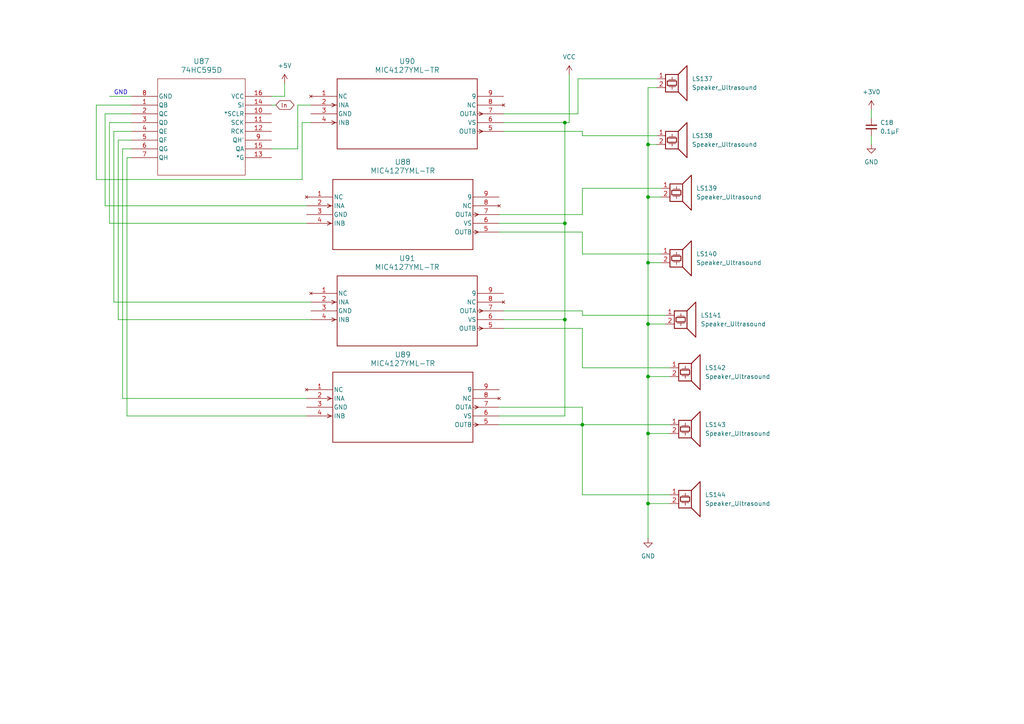
<source format=kicad_sch>
(kicad_sch (version 20250114) (generator "eeschema") (generator_version "9.0")
  (paper "A4")
  (lib_symbols
    (symbol "2025-12-28_09-02-17:MIC4127YML-TR" (pin_names (offset 0.254))
      (property "Reference" "U" (at 27.94 10.16 0))
      (property "Value" "MIC4127YML-TR" (at 27.94 7.62 0))
      (symbol "MIC4127YML-TR_0_1"
        (polyline (pts (xy 7.0993 -2.54) (xy 6.0579 -2.0193)) (stroke (width 0.2032)))
        (polyline (pts (xy 7.0993 -2.54) (xy 6.0579 -3.0607)) (stroke (width 0.2032)))
        (polyline (pts (xy 7.0993 -7.62) (xy 6.0579 -7.0993)) (stroke (width 0.2032)))
        (polyline (pts (xy 7.0993 -7.62) (xy 6.0579 -8.1407)) (stroke (width 0.2032)))
        (polyline (pts (xy 7.62 5.08) (xy 7.62 -15.24)) (stroke (width 0.2032)))
        (polyline (pts (xy 7.62 -15.24) (xy 48.26 -15.24)) (stroke (width 0.2032)))
        (polyline (pts (xy 48.26 5.08) (xy 7.62 5.08)) (stroke (width 0.2032)))
        (polyline (pts (xy 48.26 -15.24) (xy 48.26 5.08)) (stroke (width 0.2032)))
        (polyline (pts (xy 48.7807 -4.5593) (xy 49.8221 -5.08)) (stroke (width 0.2032)))
        (polyline (pts (xy 48.7807 -5.6007) (xy 49.8221 -5.08)) (stroke (width 0.2032)))
        (polyline (pts (xy 48.7807 -9.6393) (xy 49.8221 -10.16)) (stroke (width 0.2032)))
        (polyline (pts (xy 48.7807 -10.6807) (xy 49.8221 -10.16)) (stroke (width 0.2032)))
        (pin no_connect line (at 0 0 0) (length 7.62) (name "NC") (number "1"))
        (pin input line (at 0 -2.54 0) (length 7.62) (name "INA") (number "2"))
        (pin power_in line (at 0 -5.08 0) (length 7.62) (name "GND") (number "3"))
        (pin input line (at 0 -7.62 0) (length 7.62) (name "INB") (number "4"))
        (pin unspecified line (at 55.88 0 180) (length 7.62) (name "9") (number "9"))
        (pin no_connect line (at 55.88 -2.54 180) (length 7.62) (name "NC") (number "8"))
        (pin output line (at 55.88 -5.08 180) (length 7.62) (name "OUTA") (number "7"))
        (pin power_in line (at 55.88 -7.62 180) (length 7.62) (name "VS") (number "6"))
        (pin output line (at 55.88 -10.16 180) (length 7.62) (name "OUTB") (number "5"))
      )
    )
    (symbol "2025-12-28_09-22-42:74HC595D" (pin_names (offset 0.254))
      (property "Reference" "U" (at 20.32 10.16 0))
      (property "Value" "74HC595D" (at 20.32 7.62 0))
      (symbol "74HC595D_0_1"
        (polyline (pts (xy 7.62 5.08) (xy 7.62 -22.86)) (stroke (width 0.127)))
        (polyline (pts (xy 7.62 -22.86) (xy 33.02 -22.86)) (stroke (width 0.127)))
        (polyline (pts (xy 33.02 5.08) (xy 7.62 5.08)) (stroke (width 0.127)))
        (polyline (pts (xy 33.02 -22.86) (xy 33.02 5.08)) (stroke (width 0.127)))
        (pin power_out line (at 0 0 0) (length 7.62) (name "GND") (number "8"))
        (pin output line (at 0 -2.54 0) (length 7.62) (name "QB") (number "1"))
        (pin output line (at 0 -5.08 0) (length 7.62) (name "QC") (number "2"))
        (pin output line (at 0 -7.62 0) (length 7.62) (name "QD") (number "3"))
        (pin output line (at 0 -10.16 0) (length 7.62) (name "QE") (number "4"))
        (pin output line (at 0 -12.7 0) (length 7.62) (name "QF") (number "5"))
        (pin output line (at 0 -15.24 0) (length 7.62) (name "QG") (number "6"))
        (pin output line (at 0 -17.78 0) (length 7.62) (name "QH") (number "7"))
        (pin power_in line (at 40.64 0 180) (length 7.62) (name "VCC") (number "16"))
        (pin input line (at 40.64 -2.54 180) (length 7.62) (name "SI") (number "14"))
        (pin input line (at 40.64 -5.08 180) (length 7.62) (name "*SCLR") (number "10"))
        (pin input line (at 40.64 -7.62 180) (length 7.62) (name "SCK") (number "11"))
        (pin input line (at 40.64 -10.16 180) (length 7.62) (name "RCK") (number "12"))
        (pin output line (at 40.64 -12.7 180) (length 7.62) (name "QH'") (number "9"))
        (pin output line (at 40.64 -15.24 180) (length 7.62) (name "QA") (number "15"))
        (pin input line (at 40.64 -17.78 180) (length 7.62) (name "*G") (number "13"))
      )
    )
    (symbol "Device:C_Small" (pin_numbers (hide yes)) (pin_names (offset 0.254) (hide yes))
      (property "Reference" "C" (at 0.254 1.778 0))
      (property "Value" "C_Small" (at 0.254 -2.032 0))
      (symbol "C_Small_0_1"
        (polyline (pts (xy -1.524 0.508) (xy 1.524 0.508)) (stroke (width 0.3048)))
        (polyline (pts (xy -1.524 -0.508) (xy 1.524 -0.508)) (stroke (width 0.3302)))
      )
      (symbol "C_Small_1_1"
        (pin passive line (at 0 2.54 270) (length 2.032) (name "~") (number "1"))
        (pin passive line (at 0 -2.54 90) (length 2.032) (name "~") (number "2"))
      )
    )
    (symbol "Device:Speaker_Ultrasound" (pin_names (offset 0) (hide yes))
      (property "Reference" "LS" (at 0.635 5.715 0))
      (property "Value" "Speaker_Ultrasound" (at 0.635 3.81 0))
      (symbol "Speaker_Ultrasound_0_0"
        (rectangle (start -2.54 1.27) (end 1.143 -3.81) (stroke (width 0.254)))
        (rectangle (start -2.032 -0.635) (end 0.635 -1.905) (stroke (width 0.254)))
        (polyline (pts (xy -1.651 -0.254) (xy 0.381 -0.254)))
        (polyline (pts (xy -1.651 -2.286) (xy 0.381 -2.286)))
        (polyline (pts (xy -0.635 -0.254) (xy -0.635 0.508)))
        (polyline (pts (xy -0.635 -2.286) (xy -0.635 -3.048)))
        (polyline (pts (xy 1.143 1.27) (xy 3.683 3.81) (xy 3.683 -6.35) (xy 1.143 -3.81)) (stroke (width 0.254)))
      )
      (symbol "Speaker_Ultrasound_1_1"
        (pin input line (at -5.08 0 0) (length 2.54) (name "1") (number "1"))
        (pin input line (at -5.08 -2.54 0) (length 2.54) (name "2") (number "2"))
      )
    )
    (symbol "power:+3V0" (power) (pin_numbers (hide yes)) (pin_names (offset 0) (hide yes))
      (property "Value" "+3V0" (at 0 3.556 0))
      (symbol "+3V0_0_1"
        (polyline (pts (xy -0.762 1.27) (xy 0 2.54)))
        (polyline (pts (xy 0 2.54) (xy 0.762 1.27)))
        (polyline (pts (xy 0 0) (xy 0 2.54)))
      )
      (symbol "+3V0_1_1"
        (pin power_in line (at 0 0 90) (length 0) (name "~") (number "1"))
      )
    )
    (symbol "power:+5V" (power) (pin_numbers (hide yes)) (pin_names (offset 0) (hide yes))
      (property "Value" "+5V" (at 0 3.556 0))
      (symbol "+5V_0_1"
        (polyline (pts (xy -0.762 1.27) (xy 0 2.54)))
        (polyline (pts (xy 0 2.54) (xy 0.762 1.27)))
        (polyline (pts (xy 0 0) (xy 0 2.54)))
      )
      (symbol "+5V_1_1"
        (pin power_in line (at 0 0 90) (length 0) (name "~") (number "1"))
      )
    )
    (symbol "power:GND" (power) (pin_numbers (hide yes)) (pin_names (offset 0) (hide yes))
      (property "Value" "GND" (at 0 -3.81 0))
      (symbol "GND_0_1"
        (polyline (pts (xy 0 0) (xy 0 -1.27) (xy 1.27 -1.27) (xy 0 -2.54) (xy -1.27 -1.27) (xy 0 -1.27)))
      )
      (symbol "GND_1_1"
        (pin power_in line (at 0 0 270) (length 0) (name "~") (number "1"))
      )
    )
    (symbol "power:VCC" (power) (pin_numbers (hide yes)) (pin_names (offset 0) (hide yes))
      (property "Value" "VCC" (at 0 3.556 0))
      (symbol "VCC_0_1"
        (polyline (pts (xy -0.762 1.27) (xy 0 2.54)))
        (polyline (pts (xy 0 2.54) (xy 0.762 1.27)))
        (polyline (pts (xy 0 0) (xy 0 2.54)))
      )
      (symbol "VCC_1_1"
        (pin power_in line (at 0 0 90) (length 0) (name "~") (number "1"))
      )
    )
  )
  (text "GND" (at 35.052 26.924 0) (effects (font (size 1.27 1.27))))
  (junction (at 163.83 92.71))
  (junction (at 187.96 146.05))
  (junction (at 187.96 57.15))
  (junction (at 163.83 35.56))
  (junction (at 187.96 125.73))
  (junction (at 187.96 76.2))
  (junction (at 187.96 41.91))
  (junction (at 187.96 109.22))
  (junction (at 163.83 64.77))
  (junction (at 187.96 93.98))
  (junction (at 168.91 123.19))
  (wire (pts (xy 187.96 125.73) (xy 194.31 125.73)))
  (wire (pts (xy 165.1 21.59) (xy 165.1 35.56)))
  (wire (pts (xy 163.83 35.56) (xy 165.1 35.56)))
  (wire (pts (xy 187.96 76.2) (xy 187.96 93.98)))
  (wire (pts (xy 35.56 115.57) (xy 88.9 115.57)))
  (wire (pts (xy 86.36 30.48) (xy 90.17 30.48)))
  (wire (pts (xy 187.96 57.15) (xy 191.77 57.15)))
  (wire (pts (xy 146.05 35.56) (xy 163.83 35.56)))
  (wire (pts (xy 168.91 91.44) (xy 193.04 91.44)))
  (wire (pts (xy 33.02 87.63) (xy 90.17 87.63)))
  (wire (pts (xy 31.75 35.56) (xy 31.75 64.77)))
  (wire (pts (xy 168.91 62.23) (xy 168.91 54.61)))
  (wire (pts (xy 252.73 31.75) (xy 252.73 34.29)))
  (wire (pts (xy 194.31 146.05) (xy 187.96 146.05)))
  (wire (pts (xy 38.1 38.1) (xy 33.02 38.1)))
  (wire (pts (xy 190.5 25.4) (xy 187.96 25.4)))
  (wire (pts (xy 187.96 109.22) (xy 187.96 125.73)))
  (wire (pts (xy 187.96 57.15) (xy 187.96 76.2)))
  (wire (pts (xy 78.74 30.48) (xy 80.01 30.48)))
  (wire (pts (xy 30.48 59.69) (xy 88.9 59.69)))
  (wire (pts (xy 38.1 33.02) (xy 30.48 33.02)))
  (wire (pts (xy 144.78 64.77) (xy 163.83 64.77)))
  (wire (pts (xy 38.1 43.18) (xy 35.56 43.18)))
  (wire (pts (xy 252.73 39.37) (xy 252.73 41.91)))
  (wire (pts (xy 78.74 27.94) (xy 82.55 27.94)))
  (wire (pts (xy 144.78 118.11) (xy 168.91 118.11)))
  (wire (pts (xy 187.96 76.2) (xy 191.77 76.2)))
  (wire (pts (xy 30.48 33.02) (xy 30.48 59.69)))
  (wire (pts (xy 31.75 64.77) (xy 88.9 64.77)))
  (wire (pts (xy 86.36 43.18) (xy 86.36 30.48)))
  (wire (pts (xy 168.91 118.11) (xy 168.91 123.19)))
  (wire (pts (xy 146.05 33.02) (xy 167.64 33.02)))
  (wire (pts (xy 144.78 120.65) (xy 163.83 120.65)))
  (wire (pts (xy 168.91 54.61) (xy 191.77 54.61)))
  (wire (pts (xy 163.83 35.56) (xy 163.83 64.77)))
  (wire (pts (xy 168.91 143.51) (xy 194.31 143.51)))
  (wire (pts (xy 38.1 30.48) (xy 27.94 30.48)))
  (wire (pts (xy 187.96 41.91) (xy 187.96 57.15)))
  (wire (pts (xy 82.55 24.13) (xy 82.55 27.94)))
  (wire (pts (xy 31.75 27.94) (xy 38.1 27.94)))
  (wire (pts (xy 168.91 39.37) (xy 190.5 39.37)))
  (wire (pts (xy 187.96 146.05) (xy 187.96 156.21)))
  (wire (pts (xy 87.63 35.56) (xy 90.17 35.56)))
  (wire (pts (xy 168.91 123.19) (xy 168.91 143.51)))
  (wire (pts (xy 187.96 125.73) (xy 187.96 146.05)))
  (wire (pts (xy 167.64 22.86) (xy 190.5 22.86)))
  (wire (pts (xy 168.91 73.66) (xy 191.77 73.66)))
  (wire (pts (xy 27.94 30.48) (xy 27.94 52.07)))
  (wire (pts (xy 146.05 92.71) (xy 163.83 92.71)))
  (wire (pts (xy 168.91 123.19) (xy 194.31 123.19)))
  (wire (pts (xy 168.91 38.1) (xy 168.91 39.37)))
  (wire (pts (xy 78.74 43.18) (xy 86.36 43.18)))
  (wire (pts (xy 34.29 40.64) (xy 34.29 92.71)))
  (wire (pts (xy 168.91 90.17) (xy 168.91 91.44)))
  (wire (pts (xy 34.29 92.71) (xy 90.17 92.71)))
  (wire (pts (xy 168.91 67.31) (xy 168.91 73.66)))
  (wire (pts (xy 87.63 52.07) (xy 87.63 35.56)))
  (wire (pts (xy 27.94 52.07) (xy 87.63 52.07)))
  (wire (pts (xy 38.1 35.56) (xy 31.75 35.56)))
  (wire (pts (xy 163.83 64.77) (xy 163.83 92.71)))
  (wire (pts (xy 36.83 45.72) (xy 36.83 120.65)))
  (wire (pts (xy 144.78 62.23) (xy 168.91 62.23)))
  (wire (pts (xy 187.96 109.22) (xy 194.31 109.22)))
  (wire (pts (xy 35.56 43.18) (xy 35.56 115.57)))
  (wire (pts (xy 33.02 38.1) (xy 33.02 87.63)))
  (wire (pts (xy 146.05 95.25) (xy 168.91 95.25)))
  (wire (pts (xy 187.96 93.98) (xy 193.04 93.98)))
  (wire (pts (xy 187.96 93.98) (xy 187.96 109.22)))
  (wire (pts (xy 38.1 40.64) (xy 34.29 40.64)))
  (wire (pts (xy 168.91 95.25) (xy 168.91 106.68)))
  (wire (pts (xy 167.64 33.02) (xy 167.64 22.86)))
  (wire (pts (xy 146.05 38.1) (xy 168.91 38.1)))
  (wire (pts (xy 38.1 45.72) (xy 36.83 45.72)))
  (wire (pts (xy 163.83 92.71) (xy 163.83 120.65)))
  (wire (pts (xy 144.78 123.19) (xy 168.91 123.19)))
  (wire (pts (xy 36.83 120.65) (xy 88.9 120.65)))
  (wire (pts (xy 168.91 106.68) (xy 194.31 106.68)))
  (wire (pts (xy 144.78 67.31) (xy 168.91 67.31)))
  (wire (pts (xy 187.96 25.4) (xy 187.96 41.91)))
  (wire (pts (xy 146.05 90.17) (xy 168.91 90.17)))
  (wire (pts (xy 187.96 41.91) (xy 190.5 41.91)))
  (global_label "In" (shape bidirectional) (at 80.01 30.48 0) (property "Intersheetrefs" "${INTERSHEET_REFS}" (effects (hide yes))))
  (symbol (lib_id "power:+5V") (at 82.55 24.13 0) (unit 1)
    (property "Reference" "#PWR086" (effects (hide yes)))
    (property "Value" "+5V" (at 82.55 19.05 0))
    (property "Description" "Power symbol creates a global label with name \"+5V\"" (effects (hide yes)))
  )
  (symbol (lib_id "power:GND") (at 252.73 41.91 0) (unit 1)
    (property "Reference" "#PWR090" (effects (hide yes)))
    (property "Value" "GND" (at 252.73 46.99 0))
    (property "Description" "Power symbol creates a global label with name \"GND\" , ground" (effects (hide yes)))
  )
  (symbol (lib_id "2025-12-28_09-02-17:MIC4127YML-TR") (at 88.9 57.15 0) (unit 1)
    (property "Reference" "U88" (at 116.84 46.99 0) (effects (font (size 1.524 1.524))))
    (property "Value" "MIC4127YML-TR" (at 116.84 49.53 0) (effects (font (size 1.524 1.524))))
    (property "Footprint" "MLF-8_ML_MCH" (effects (hide yes)))
    (property "Datasheet" "MIC4127YML-TR" (effects (hide yes)))
  )
  (symbol (lib_id "power:GND") (at 187.96 156.21 0) (unit 1)
    (property "Reference" "#PWR088" (effects (hide yes)))
    (property "Value" "GND" (at 187.96 161.29 0))
    (property "Description" "Power symbol creates a global label with name \"GND\" , ground" (effects (hide yes)))
  )
  (symbol (lib_id "2025-12-28_09-02-17:MIC4127YML-TR") (at 88.9 113.03 0) (unit 1)
    (property "Reference" "U89" (at 116.84 102.87 0) (effects (font (size 1.524 1.524))))
    (property "Value" "MIC4127YML-TR" (at 116.84 105.41 0) (effects (font (size 1.524 1.524))))
    (property "Footprint" "MLF-8_ML_MCH" (effects (hide yes)))
    (property "Datasheet" "MIC4127YML-TR" (effects (hide yes)))
  )
  (symbol (lib_id "power:+3V0") (at 252.73 31.75 0) (unit 1)
    (property "Reference" "#PWR089" (effects (hide yes)))
    (property "Value" "+3V0" (at 252.73 26.67 0))
    (property "Description" "Power symbol creates a global label with name \"+3V0\"" (effects (hide yes)))
  )
  (symbol (lib_id "2025-12-28_09-02-17:MIC4127YML-TR") (at 90.17 85.09 0) (unit 1)
    (property "Reference" "U91" (at 118.11 74.93 0) (effects (font (size 1.524 1.524))))
    (property "Value" "MIC4127YML-TR" (at 118.11 77.47 0) (effects (font (size 1.524 1.524))))
    (property "Footprint" "MLF-8_ML_MCH" (effects (hide yes)))
    (property "Datasheet" "MIC4127YML-TR" (effects (hide yes)))
  )
  (symbol (lib_id "Device:Speaker_Ultrasound") (at 196.85 73.66 0) (unit 1)
    (property "Reference" "LS140" (at 201.93 73.6599 0) (effects (justify left)))
    (property "Value" "Speaker_Ultrasound" (at 201.93 76.1999 0) (effects (justify left)))
    (property "Description" "Ultrasonic transducer" (effects (hide yes)))
  )
  (symbol (lib_id "Device:Speaker_Ultrasound") (at 199.39 106.68 0) (unit 1)
    (property "Reference" "LS142" (at 204.47 106.6799 0) (effects (justify left)))
    (property "Value" "Speaker_Ultrasound" (at 204.47 109.2199 0) (effects (justify left)))
    (property "Description" "Ultrasonic transducer" (effects (hide yes)))
  )
  (symbol (lib_id "Device:Speaker_Ultrasound") (at 198.12 91.44 0) (unit 1)
    (property "Reference" "LS141" (at 203.2 91.4399 0) (effects (justify left)))
    (property "Value" "Speaker_Ultrasound" (at 203.2 93.9799 0) (effects (justify left)))
    (property "Description" "Ultrasonic transducer" (effects (hide yes)))
  )
  (symbol (lib_id "2025-12-28_09-22-42:74HC595D") (at 38.1 27.94 0) (unit 1)
    (property "Reference" "U87" (at 58.42 17.78 0) (effects (font (size 1.524 1.524))))
    (property "Value" "74HC595D" (at 58.42 20.32 0) (effects (font (size 1.524 1.524))))
    (property "Footprint" "SOIC16_TOS" (effects (hide yes)))
    (property "Datasheet" "https://toshiba.semicon-storage.com/info/docget.jsp?did=36768&prodName=74HC595D" (effects (hide yes)))
  )
  (symbol (lib_id "Device:C_Small") (at 252.73 36.83 0) (unit 1)
    (property "Reference" "C18" (at 255.27 35.5662 0) (effects (justify left)))
    (property "Value" "0.1μF" (at 255.27 38.1062 0) (effects (justify left)))
    (property "Description" "Unpolarized capacitor, small symbol" (effects (hide yes)))
  )
  (symbol (lib_id "power:VCC") (at 165.1 21.59 0) (unit 1)
    (property "Reference" "#PWR087" (effects (hide yes)))
    (property "Value" "VCC" (at 165.1 16.51 0))
    (property "Description" "Power symbol creates a global label with name \"VCC\"" (effects (hide yes)))
  )
  (symbol (lib_id "Device:Speaker_Ultrasound") (at 199.39 143.51 0) (unit 1)
    (property "Reference" "LS144" (at 204.47 143.5099 0) (effects (justify left)))
    (property "Value" "Speaker_Ultrasound" (at 204.47 146.0499 0) (effects (justify left)))
    (property "Description" "Ultrasonic transducer" (effects (hide yes)))
  )
  (symbol (lib_id "Device:Speaker_Ultrasound") (at 195.58 22.86 0) (unit 1)
    (property "Reference" "LS137" (at 200.66 22.8599 0) (effects (justify left)))
    (property "Value" "Speaker_Ultrasound" (at 200.66 25.3999 0) (effects (justify left)))
    (property "Description" "Ultrasonic transducer" (effects (hide yes)))
  )
  (symbol (lib_id "Device:Speaker_Ultrasound") (at 199.39 123.19 0) (unit 1)
    (property "Reference" "LS143" (at 204.47 123.1899 0) (effects (justify left)))
    (property "Value" "Speaker_Ultrasound" (at 204.47 125.7299 0) (effects (justify left)))
    (property "Description" "Ultrasonic transducer" (effects (hide yes)))
  )
  (symbol (lib_id "2025-12-28_09-02-17:MIC4127YML-TR") (at 90.17 27.94 0) (unit 1)
    (property "Reference" "U90" (at 118.11 17.78 0) (effects (font (size 1.524 1.524))))
    (property "Value" "MIC4127YML-TR" (at 118.11 20.32 0) (effects (font (size 1.524 1.524))))
    (property "Footprint" "MLF-8_ML_MCH" (effects (hide yes)))
    (property "Datasheet" "MIC4127YML-TR" (effects (hide yes)))
  )
  (symbol (lib_id "Device:Speaker_Ultrasound") (at 196.85 54.61 0) (unit 1)
    (property "Reference" "LS139" (at 201.93 54.6099 0) (effects (justify left)))
    (property "Value" "Speaker_Ultrasound" (at 201.93 57.1499 0) (effects (justify left)))
    (property "Description" "Ultrasonic transducer" (effects (hide yes)))
  )
  (symbol (lib_id "Device:Speaker_Ultrasound") (at 195.58 39.37 0) (unit 1)
    (property "Reference" "LS138" (at 200.66 39.3699 0) (effects (justify left)))
    (property "Value" "Speaker_Ultrasound" (at 200.66 41.9099 0) (effects (justify left)))
    (property "Description" "Ultrasonic transducer" (effects (hide yes)))
  )
)
</source>
